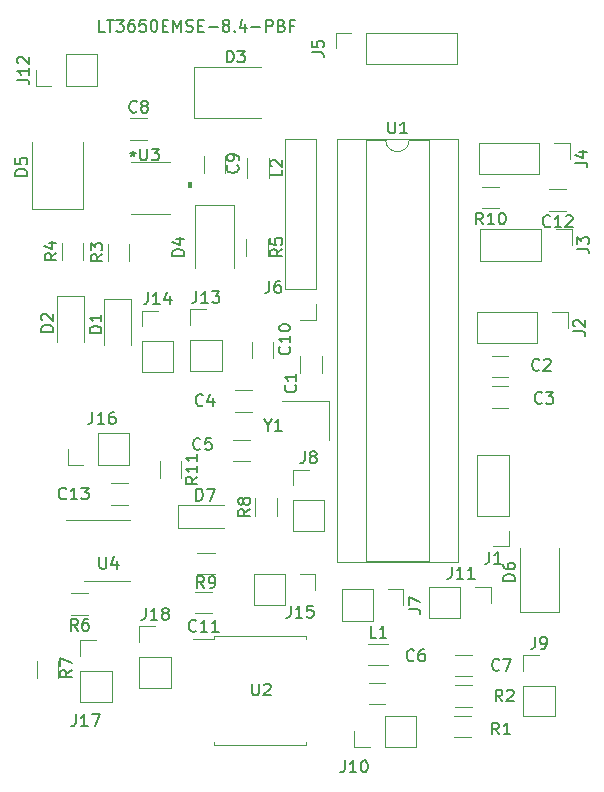
<source format=gbr>
%TF.GenerationSoftware,KiCad,Pcbnew,(6.0.7-1)-1*%
%TF.CreationDate,2023-03-08T09:28:20-05:00*%
%TF.ProjectId,pcb,7063622e-6b69-4636-9164-5f7063625858,rev?*%
%TF.SameCoordinates,Original*%
%TF.FileFunction,Legend,Top*%
%TF.FilePolarity,Positive*%
%FSLAX46Y46*%
G04 Gerber Fmt 4.6, Leading zero omitted, Abs format (unit mm)*
G04 Created by KiCad (PCBNEW (6.0.7-1)-1) date 2023-03-08 09:28:20*
%MOMM*%
%LPD*%
G01*
G04 APERTURE LIST*
%ADD10C,0.150000*%
%ADD11C,0.120000*%
%ADD12C,0.100000*%
G04 APERTURE END LIST*
D10*
%TO.C,R11*%
X122772380Y-114742857D02*
X122296190Y-115076190D01*
X122772380Y-115314285D02*
X121772380Y-115314285D01*
X121772380Y-114933333D01*
X121820000Y-114838095D01*
X121867619Y-114790476D01*
X121962857Y-114742857D01*
X122105714Y-114742857D01*
X122200952Y-114790476D01*
X122248571Y-114838095D01*
X122296190Y-114933333D01*
X122296190Y-115314285D01*
X122772380Y-113790476D02*
X122772380Y-114361904D01*
X122772380Y-114076190D02*
X121772380Y-114076190D01*
X121915238Y-114171428D01*
X122010476Y-114266666D01*
X122058095Y-114361904D01*
X122772380Y-112838095D02*
X122772380Y-113409523D01*
X122772380Y-113123809D02*
X121772380Y-113123809D01*
X121915238Y-113219047D01*
X122010476Y-113314285D01*
X122058095Y-113409523D01*
%TO.C,C13*%
X111657142Y-116557142D02*
X111609523Y-116604761D01*
X111466666Y-116652380D01*
X111371428Y-116652380D01*
X111228571Y-116604761D01*
X111133333Y-116509523D01*
X111085714Y-116414285D01*
X111038095Y-116223809D01*
X111038095Y-116080952D01*
X111085714Y-115890476D01*
X111133333Y-115795238D01*
X111228571Y-115700000D01*
X111371428Y-115652380D01*
X111466666Y-115652380D01*
X111609523Y-115700000D01*
X111657142Y-115747619D01*
X112609523Y-116652380D02*
X112038095Y-116652380D01*
X112323809Y-116652380D02*
X112323809Y-115652380D01*
X112228571Y-115795238D01*
X112133333Y-115890476D01*
X112038095Y-115938095D01*
X112942857Y-115652380D02*
X113561904Y-115652380D01*
X113228571Y-116033333D01*
X113371428Y-116033333D01*
X113466666Y-116080952D01*
X113514285Y-116128571D01*
X113561904Y-116223809D01*
X113561904Y-116461904D01*
X113514285Y-116557142D01*
X113466666Y-116604761D01*
X113371428Y-116652380D01*
X113085714Y-116652380D01*
X112990476Y-116604761D01*
X112942857Y-116557142D01*
%TO.C,U4*%
X114473095Y-121517380D02*
X114473095Y-122326904D01*
X114520714Y-122422142D01*
X114568333Y-122469761D01*
X114663571Y-122517380D01*
X114854047Y-122517380D01*
X114949285Y-122469761D01*
X114996904Y-122422142D01*
X115044523Y-122326904D01*
X115044523Y-121517380D01*
X115949285Y-121850714D02*
X115949285Y-122517380D01*
X115711190Y-121469761D02*
X115473095Y-122184047D01*
X116092142Y-122184047D01*
%TO.C,J9*%
X151366666Y-128282380D02*
X151366666Y-128996666D01*
X151319047Y-129139523D01*
X151223809Y-129234761D01*
X151080952Y-129282380D01*
X150985714Y-129282380D01*
X151890476Y-129282380D02*
X152080952Y-129282380D01*
X152176190Y-129234761D01*
X152223809Y-129187142D01*
X152319047Y-129044285D01*
X152366666Y-128853809D01*
X152366666Y-128472857D01*
X152319047Y-128377619D01*
X152271428Y-128330000D01*
X152176190Y-128282380D01*
X151985714Y-128282380D01*
X151890476Y-128330000D01*
X151842857Y-128377619D01*
X151795238Y-128472857D01*
X151795238Y-128710952D01*
X151842857Y-128806190D01*
X151890476Y-128853809D01*
X151985714Y-128901428D01*
X152176190Y-128901428D01*
X152271428Y-128853809D01*
X152319047Y-128806190D01*
X152366666Y-128710952D01*
%TO.C,D7*%
X122661904Y-116752380D02*
X122661904Y-115752380D01*
X122900000Y-115752380D01*
X123042857Y-115800000D01*
X123138095Y-115895238D01*
X123185714Y-115990476D01*
X123233333Y-116180952D01*
X123233333Y-116323809D01*
X123185714Y-116514285D01*
X123138095Y-116609523D01*
X123042857Y-116704761D01*
X122900000Y-116752380D01*
X122661904Y-116752380D01*
X123566666Y-115752380D02*
X124233333Y-115752380D01*
X123804761Y-116752380D01*
%TO.C,C4*%
X123233333Y-108657142D02*
X123185714Y-108704761D01*
X123042857Y-108752380D01*
X122947619Y-108752380D01*
X122804761Y-108704761D01*
X122709523Y-108609523D01*
X122661904Y-108514285D01*
X122614285Y-108323809D01*
X122614285Y-108180952D01*
X122661904Y-107990476D01*
X122709523Y-107895238D01*
X122804761Y-107800000D01*
X122947619Y-107752380D01*
X123042857Y-107752380D01*
X123185714Y-107800000D01*
X123233333Y-107847619D01*
X124090476Y-108085714D02*
X124090476Y-108752380D01*
X123852380Y-107704761D02*
X123614285Y-108419047D01*
X124233333Y-108419047D01*
%TO.C,U3*%
X117938095Y-86952380D02*
X117938095Y-87761904D01*
X117985714Y-87857142D01*
X118033333Y-87904761D01*
X118128571Y-87952380D01*
X118319047Y-87952380D01*
X118414285Y-87904761D01*
X118461904Y-87857142D01*
X118509523Y-87761904D01*
X118509523Y-86952380D01*
X118890476Y-86952380D02*
X119509523Y-86952380D01*
X119176190Y-87333333D01*
X119319047Y-87333333D01*
X119414285Y-87380952D01*
X119461904Y-87428571D01*
X119509523Y-87523809D01*
X119509523Y-87761904D01*
X119461904Y-87857142D01*
X119414285Y-87904761D01*
X119319047Y-87952380D01*
X119033333Y-87952380D01*
X118938095Y-87904761D01*
X118890476Y-87857142D01*
X114914285Y-77052380D02*
X114438095Y-77052380D01*
X114438095Y-76052380D01*
X115104761Y-76052380D02*
X115676190Y-76052380D01*
X115390476Y-77052380D02*
X115390476Y-76052380D01*
X115914285Y-76052380D02*
X116533333Y-76052380D01*
X116200000Y-76433333D01*
X116342857Y-76433333D01*
X116438095Y-76480952D01*
X116485714Y-76528571D01*
X116533333Y-76623809D01*
X116533333Y-76861904D01*
X116485714Y-76957142D01*
X116438095Y-77004761D01*
X116342857Y-77052380D01*
X116057142Y-77052380D01*
X115961904Y-77004761D01*
X115914285Y-76957142D01*
X117390476Y-76052380D02*
X117200000Y-76052380D01*
X117104761Y-76100000D01*
X117057142Y-76147619D01*
X116961904Y-76290476D01*
X116914285Y-76480952D01*
X116914285Y-76861904D01*
X116961904Y-76957142D01*
X117009523Y-77004761D01*
X117104761Y-77052380D01*
X117295238Y-77052380D01*
X117390476Y-77004761D01*
X117438095Y-76957142D01*
X117485714Y-76861904D01*
X117485714Y-76623809D01*
X117438095Y-76528571D01*
X117390476Y-76480952D01*
X117295238Y-76433333D01*
X117104761Y-76433333D01*
X117009523Y-76480952D01*
X116961904Y-76528571D01*
X116914285Y-76623809D01*
X118390476Y-76052380D02*
X117914285Y-76052380D01*
X117866666Y-76528571D01*
X117914285Y-76480952D01*
X118009523Y-76433333D01*
X118247619Y-76433333D01*
X118342857Y-76480952D01*
X118390476Y-76528571D01*
X118438095Y-76623809D01*
X118438095Y-76861904D01*
X118390476Y-76957142D01*
X118342857Y-77004761D01*
X118247619Y-77052380D01*
X118009523Y-77052380D01*
X117914285Y-77004761D01*
X117866666Y-76957142D01*
X119057142Y-76052380D02*
X119152380Y-76052380D01*
X119247619Y-76100000D01*
X119295238Y-76147619D01*
X119342857Y-76242857D01*
X119390476Y-76433333D01*
X119390476Y-76671428D01*
X119342857Y-76861904D01*
X119295238Y-76957142D01*
X119247619Y-77004761D01*
X119152380Y-77052380D01*
X119057142Y-77052380D01*
X118961904Y-77004761D01*
X118914285Y-76957142D01*
X118866666Y-76861904D01*
X118819047Y-76671428D01*
X118819047Y-76433333D01*
X118866666Y-76242857D01*
X118914285Y-76147619D01*
X118961904Y-76100000D01*
X119057142Y-76052380D01*
X119819047Y-76528571D02*
X120152380Y-76528571D01*
X120295238Y-77052380D02*
X119819047Y-77052380D01*
X119819047Y-76052380D01*
X120295238Y-76052380D01*
X120723809Y-77052380D02*
X120723809Y-76052380D01*
X121057142Y-76766666D01*
X121390476Y-76052380D01*
X121390476Y-77052380D01*
X121819047Y-77004761D02*
X121961904Y-77052380D01*
X122200000Y-77052380D01*
X122295238Y-77004761D01*
X122342857Y-76957142D01*
X122390476Y-76861904D01*
X122390476Y-76766666D01*
X122342857Y-76671428D01*
X122295238Y-76623809D01*
X122200000Y-76576190D01*
X122009523Y-76528571D01*
X121914285Y-76480952D01*
X121866666Y-76433333D01*
X121819047Y-76338095D01*
X121819047Y-76242857D01*
X121866666Y-76147619D01*
X121914285Y-76100000D01*
X122009523Y-76052380D01*
X122247619Y-76052380D01*
X122390476Y-76100000D01*
X122819047Y-76528571D02*
X123152380Y-76528571D01*
X123295238Y-77052380D02*
X122819047Y-77052380D01*
X122819047Y-76052380D01*
X123295238Y-76052380D01*
X123723809Y-76671428D02*
X124485714Y-76671428D01*
X125104761Y-76480952D02*
X125009523Y-76433333D01*
X124961904Y-76385714D01*
X124914285Y-76290476D01*
X124914285Y-76242857D01*
X124961904Y-76147619D01*
X125009523Y-76100000D01*
X125104761Y-76052380D01*
X125295238Y-76052380D01*
X125390476Y-76100000D01*
X125438095Y-76147619D01*
X125485714Y-76242857D01*
X125485714Y-76290476D01*
X125438095Y-76385714D01*
X125390476Y-76433333D01*
X125295238Y-76480952D01*
X125104761Y-76480952D01*
X125009523Y-76528571D01*
X124961904Y-76576190D01*
X124914285Y-76671428D01*
X124914285Y-76861904D01*
X124961904Y-76957142D01*
X125009523Y-77004761D01*
X125104761Y-77052380D01*
X125295238Y-77052380D01*
X125390476Y-77004761D01*
X125438095Y-76957142D01*
X125485714Y-76861904D01*
X125485714Y-76671428D01*
X125438095Y-76576190D01*
X125390476Y-76528571D01*
X125295238Y-76480952D01*
X125914285Y-76957142D02*
X125961904Y-77004761D01*
X125914285Y-77052380D01*
X125866666Y-77004761D01*
X125914285Y-76957142D01*
X125914285Y-77052380D01*
X126819047Y-76385714D02*
X126819047Y-77052380D01*
X126580952Y-76004761D02*
X126342857Y-76719047D01*
X126961904Y-76719047D01*
X127342857Y-76671428D02*
X128104761Y-76671428D01*
X128580952Y-77052380D02*
X128580952Y-76052380D01*
X128961904Y-76052380D01*
X129057142Y-76100000D01*
X129104761Y-76147619D01*
X129152380Y-76242857D01*
X129152380Y-76385714D01*
X129104761Y-76480952D01*
X129057142Y-76528571D01*
X128961904Y-76576190D01*
X128580952Y-76576190D01*
X129914285Y-76528571D02*
X130057142Y-76576190D01*
X130104761Y-76623809D01*
X130152380Y-76719047D01*
X130152380Y-76861904D01*
X130104761Y-76957142D01*
X130057142Y-77004761D01*
X129961904Y-77052380D01*
X129580952Y-77052380D01*
X129580952Y-76052380D01*
X129914285Y-76052380D01*
X130009523Y-76100000D01*
X130057142Y-76147619D01*
X130104761Y-76242857D01*
X130104761Y-76338095D01*
X130057142Y-76433333D01*
X130009523Y-76480952D01*
X129914285Y-76528571D01*
X129580952Y-76528571D01*
X130914285Y-76528571D02*
X130580952Y-76528571D01*
X130580952Y-77052380D02*
X130580952Y-76052380D01*
X131057142Y-76052380D01*
X117300000Y-87152380D02*
X117300000Y-87390476D01*
X117061904Y-87295238D02*
X117300000Y-87390476D01*
X117538095Y-87295238D01*
X117157142Y-87580952D02*
X117300000Y-87390476D01*
X117442857Y-87580952D01*
%TO.C,C8*%
X117633333Y-83807142D02*
X117585714Y-83854761D01*
X117442857Y-83902380D01*
X117347619Y-83902380D01*
X117204761Y-83854761D01*
X117109523Y-83759523D01*
X117061904Y-83664285D01*
X117014285Y-83473809D01*
X117014285Y-83330952D01*
X117061904Y-83140476D01*
X117109523Y-83045238D01*
X117204761Y-82950000D01*
X117347619Y-82902380D01*
X117442857Y-82902380D01*
X117585714Y-82950000D01*
X117633333Y-82997619D01*
X118204761Y-83330952D02*
X118109523Y-83283333D01*
X118061904Y-83235714D01*
X118014285Y-83140476D01*
X118014285Y-83092857D01*
X118061904Y-82997619D01*
X118109523Y-82950000D01*
X118204761Y-82902380D01*
X118395238Y-82902380D01*
X118490476Y-82950000D01*
X118538095Y-82997619D01*
X118585714Y-83092857D01*
X118585714Y-83140476D01*
X118538095Y-83235714D01*
X118490476Y-83283333D01*
X118395238Y-83330952D01*
X118204761Y-83330952D01*
X118109523Y-83378571D01*
X118061904Y-83426190D01*
X118014285Y-83521428D01*
X118014285Y-83711904D01*
X118061904Y-83807142D01*
X118109523Y-83854761D01*
X118204761Y-83902380D01*
X118395238Y-83902380D01*
X118490476Y-83854761D01*
X118538095Y-83807142D01*
X118585714Y-83711904D01*
X118585714Y-83521428D01*
X118538095Y-83426190D01*
X118490476Y-83378571D01*
X118395238Y-83330952D01*
%TO.C,D3*%
X125261904Y-79652380D02*
X125261904Y-78652380D01*
X125500000Y-78652380D01*
X125642857Y-78700000D01*
X125738095Y-78795238D01*
X125785714Y-78890476D01*
X125833333Y-79080952D01*
X125833333Y-79223809D01*
X125785714Y-79414285D01*
X125738095Y-79509523D01*
X125642857Y-79604761D01*
X125500000Y-79652380D01*
X125261904Y-79652380D01*
X126166666Y-78652380D02*
X126785714Y-78652380D01*
X126452380Y-79033333D01*
X126595238Y-79033333D01*
X126690476Y-79080952D01*
X126738095Y-79128571D01*
X126785714Y-79223809D01*
X126785714Y-79461904D01*
X126738095Y-79557142D01*
X126690476Y-79604761D01*
X126595238Y-79652380D01*
X126309523Y-79652380D01*
X126214285Y-79604761D01*
X126166666Y-79557142D01*
%TO.C,D5*%
X108352380Y-89238095D02*
X107352380Y-89238095D01*
X107352380Y-89000000D01*
X107400000Y-88857142D01*
X107495238Y-88761904D01*
X107590476Y-88714285D01*
X107780952Y-88666666D01*
X107923809Y-88666666D01*
X108114285Y-88714285D01*
X108209523Y-88761904D01*
X108304761Y-88857142D01*
X108352380Y-89000000D01*
X108352380Y-89238095D01*
X107352380Y-87761904D02*
X107352380Y-88238095D01*
X107828571Y-88285714D01*
X107780952Y-88238095D01*
X107733333Y-88142857D01*
X107733333Y-87904761D01*
X107780952Y-87809523D01*
X107828571Y-87761904D01*
X107923809Y-87714285D01*
X108161904Y-87714285D01*
X108257142Y-87761904D01*
X108304761Y-87809523D01*
X108352380Y-87904761D01*
X108352380Y-88142857D01*
X108304761Y-88238095D01*
X108257142Y-88285714D01*
%TO.C,J6*%
X128866666Y-98152380D02*
X128866666Y-98866666D01*
X128819047Y-99009523D01*
X128723809Y-99104761D01*
X128580952Y-99152380D01*
X128485714Y-99152380D01*
X129771428Y-98152380D02*
X129580952Y-98152380D01*
X129485714Y-98200000D01*
X129438095Y-98247619D01*
X129342857Y-98390476D01*
X129295238Y-98580952D01*
X129295238Y-98961904D01*
X129342857Y-99057142D01*
X129390476Y-99104761D01*
X129485714Y-99152380D01*
X129676190Y-99152380D01*
X129771428Y-99104761D01*
X129819047Y-99057142D01*
X129866666Y-98961904D01*
X129866666Y-98723809D01*
X129819047Y-98628571D01*
X129771428Y-98580952D01*
X129676190Y-98533333D01*
X129485714Y-98533333D01*
X129390476Y-98580952D01*
X129342857Y-98628571D01*
X129295238Y-98723809D01*
%TO.C,L2*%
X129952380Y-88741666D02*
X129952380Y-89217857D01*
X128952380Y-89217857D01*
X129047619Y-88455952D02*
X129000000Y-88408333D01*
X128952380Y-88313095D01*
X128952380Y-88075000D01*
X129000000Y-87979761D01*
X129047619Y-87932142D01*
X129142857Y-87884523D01*
X129238095Y-87884523D01*
X129380952Y-87932142D01*
X129952380Y-88503571D01*
X129952380Y-87884523D01*
%TO.C,Y1*%
X128723809Y-110376190D02*
X128723809Y-110852380D01*
X128390476Y-109852380D02*
X128723809Y-110376190D01*
X129057142Y-109852380D01*
X129914285Y-110852380D02*
X129342857Y-110852380D01*
X129628571Y-110852380D02*
X129628571Y-109852380D01*
X129533333Y-109995238D01*
X129438095Y-110090476D01*
X129342857Y-110138095D01*
%TO.C,U2*%
X127413095Y-132252380D02*
X127413095Y-133061904D01*
X127460714Y-133157142D01*
X127508333Y-133204761D01*
X127603571Y-133252380D01*
X127794047Y-133252380D01*
X127889285Y-133204761D01*
X127936904Y-133157142D01*
X127984523Y-133061904D01*
X127984523Y-132252380D01*
X128413095Y-132347619D02*
X128460714Y-132300000D01*
X128555952Y-132252380D01*
X128794047Y-132252380D01*
X128889285Y-132300000D01*
X128936904Y-132347619D01*
X128984523Y-132442857D01*
X128984523Y-132538095D01*
X128936904Y-132680952D01*
X128365476Y-133252380D01*
X128984523Y-133252380D01*
%TO.C,L1*%
X137908333Y-128352380D02*
X137432142Y-128352380D01*
X137432142Y-127352380D01*
X138765476Y-128352380D02*
X138194047Y-128352380D01*
X138479761Y-128352380D02*
X138479761Y-127352380D01*
X138384523Y-127495238D01*
X138289285Y-127590476D01*
X138194047Y-127638095D01*
%TO.C,R2*%
X148583333Y-133752380D02*
X148250000Y-133276190D01*
X148011904Y-133752380D02*
X148011904Y-132752380D01*
X148392857Y-132752380D01*
X148488095Y-132800000D01*
X148535714Y-132847619D01*
X148583333Y-132942857D01*
X148583333Y-133085714D01*
X148535714Y-133180952D01*
X148488095Y-133228571D01*
X148392857Y-133276190D01*
X148011904Y-133276190D01*
X148964285Y-132847619D02*
X149011904Y-132800000D01*
X149107142Y-132752380D01*
X149345238Y-132752380D01*
X149440476Y-132800000D01*
X149488095Y-132847619D01*
X149535714Y-132942857D01*
X149535714Y-133038095D01*
X149488095Y-133180952D01*
X148916666Y-133752380D01*
X149535714Y-133752380D01*
%TO.C,C5*%
X123033333Y-112357142D02*
X122985714Y-112404761D01*
X122842857Y-112452380D01*
X122747619Y-112452380D01*
X122604761Y-112404761D01*
X122509523Y-112309523D01*
X122461904Y-112214285D01*
X122414285Y-112023809D01*
X122414285Y-111880952D01*
X122461904Y-111690476D01*
X122509523Y-111595238D01*
X122604761Y-111500000D01*
X122747619Y-111452380D01*
X122842857Y-111452380D01*
X122985714Y-111500000D01*
X123033333Y-111547619D01*
X123938095Y-111452380D02*
X123461904Y-111452380D01*
X123414285Y-111928571D01*
X123461904Y-111880952D01*
X123557142Y-111833333D01*
X123795238Y-111833333D01*
X123890476Y-111880952D01*
X123938095Y-111928571D01*
X123985714Y-112023809D01*
X123985714Y-112261904D01*
X123938095Y-112357142D01*
X123890476Y-112404761D01*
X123795238Y-112452380D01*
X123557142Y-112452380D01*
X123461904Y-112404761D01*
X123414285Y-112357142D01*
%TO.C,J4*%
X154782380Y-88133333D02*
X155496666Y-88133333D01*
X155639523Y-88180952D01*
X155734761Y-88276190D01*
X155782380Y-88419047D01*
X155782380Y-88514285D01*
X155115714Y-87228571D02*
X155782380Y-87228571D01*
X154734761Y-87466666D02*
X155449047Y-87704761D01*
X155449047Y-87085714D01*
%TO.C,R8*%
X127232380Y-117466666D02*
X126756190Y-117800000D01*
X127232380Y-118038095D02*
X126232380Y-118038095D01*
X126232380Y-117657142D01*
X126280000Y-117561904D01*
X126327619Y-117514285D01*
X126422857Y-117466666D01*
X126565714Y-117466666D01*
X126660952Y-117514285D01*
X126708571Y-117561904D01*
X126756190Y-117657142D01*
X126756190Y-118038095D01*
X126660952Y-116895238D02*
X126613333Y-116990476D01*
X126565714Y-117038095D01*
X126470476Y-117085714D01*
X126422857Y-117085714D01*
X126327619Y-117038095D01*
X126280000Y-116990476D01*
X126232380Y-116895238D01*
X126232380Y-116704761D01*
X126280000Y-116609523D01*
X126327619Y-116561904D01*
X126422857Y-116514285D01*
X126470476Y-116514285D01*
X126565714Y-116561904D01*
X126613333Y-116609523D01*
X126660952Y-116704761D01*
X126660952Y-116895238D01*
X126708571Y-116990476D01*
X126756190Y-117038095D01*
X126851428Y-117085714D01*
X127041904Y-117085714D01*
X127137142Y-117038095D01*
X127184761Y-116990476D01*
X127232380Y-116895238D01*
X127232380Y-116704761D01*
X127184761Y-116609523D01*
X127137142Y-116561904D01*
X127041904Y-116514285D01*
X126851428Y-116514285D01*
X126756190Y-116561904D01*
X126708571Y-116609523D01*
X126660952Y-116704761D01*
%TO.C,J15*%
X130655476Y-125652380D02*
X130655476Y-126366666D01*
X130607857Y-126509523D01*
X130512619Y-126604761D01*
X130369761Y-126652380D01*
X130274523Y-126652380D01*
X131655476Y-126652380D02*
X131084047Y-126652380D01*
X131369761Y-126652380D02*
X131369761Y-125652380D01*
X131274523Y-125795238D01*
X131179285Y-125890476D01*
X131084047Y-125938095D01*
X132560238Y-125652380D02*
X132084047Y-125652380D01*
X132036428Y-126128571D01*
X132084047Y-126080952D01*
X132179285Y-126033333D01*
X132417380Y-126033333D01*
X132512619Y-126080952D01*
X132560238Y-126128571D01*
X132607857Y-126223809D01*
X132607857Y-126461904D01*
X132560238Y-126557142D01*
X132512619Y-126604761D01*
X132417380Y-126652380D01*
X132179285Y-126652380D01*
X132084047Y-126604761D01*
X132036428Y-126557142D01*
%TO.C,R5*%
X129952380Y-95466666D02*
X129476190Y-95800000D01*
X129952380Y-96038095D02*
X128952380Y-96038095D01*
X128952380Y-95657142D01*
X129000000Y-95561904D01*
X129047619Y-95514285D01*
X129142857Y-95466666D01*
X129285714Y-95466666D01*
X129380952Y-95514285D01*
X129428571Y-95561904D01*
X129476190Y-95657142D01*
X129476190Y-96038095D01*
X128952380Y-94561904D02*
X128952380Y-95038095D01*
X129428571Y-95085714D01*
X129380952Y-95038095D01*
X129333333Y-94942857D01*
X129333333Y-94704761D01*
X129380952Y-94609523D01*
X129428571Y-94561904D01*
X129523809Y-94514285D01*
X129761904Y-94514285D01*
X129857142Y-94561904D01*
X129904761Y-94609523D01*
X129952380Y-94704761D01*
X129952380Y-94942857D01*
X129904761Y-95038095D01*
X129857142Y-95085714D01*
%TO.C,R6*%
X112633333Y-127772380D02*
X112300000Y-127296190D01*
X112061904Y-127772380D02*
X112061904Y-126772380D01*
X112442857Y-126772380D01*
X112538095Y-126820000D01*
X112585714Y-126867619D01*
X112633333Y-126962857D01*
X112633333Y-127105714D01*
X112585714Y-127200952D01*
X112538095Y-127248571D01*
X112442857Y-127296190D01*
X112061904Y-127296190D01*
X113490476Y-126772380D02*
X113300000Y-126772380D01*
X113204761Y-126820000D01*
X113157142Y-126867619D01*
X113061904Y-127010476D01*
X113014285Y-127200952D01*
X113014285Y-127581904D01*
X113061904Y-127677142D01*
X113109523Y-127724761D01*
X113204761Y-127772380D01*
X113395238Y-127772380D01*
X113490476Y-127724761D01*
X113538095Y-127677142D01*
X113585714Y-127581904D01*
X113585714Y-127343809D01*
X113538095Y-127248571D01*
X113490476Y-127200952D01*
X113395238Y-127153333D01*
X113204761Y-127153333D01*
X113109523Y-127200952D01*
X113061904Y-127248571D01*
X113014285Y-127343809D01*
%TO.C,J8*%
X131866666Y-112582380D02*
X131866666Y-113296666D01*
X131819047Y-113439523D01*
X131723809Y-113534761D01*
X131580952Y-113582380D01*
X131485714Y-113582380D01*
X132485714Y-113010952D02*
X132390476Y-112963333D01*
X132342857Y-112915714D01*
X132295238Y-112820476D01*
X132295238Y-112772857D01*
X132342857Y-112677619D01*
X132390476Y-112630000D01*
X132485714Y-112582380D01*
X132676190Y-112582380D01*
X132771428Y-112630000D01*
X132819047Y-112677619D01*
X132866666Y-112772857D01*
X132866666Y-112820476D01*
X132819047Y-112915714D01*
X132771428Y-112963333D01*
X132676190Y-113010952D01*
X132485714Y-113010952D01*
X132390476Y-113058571D01*
X132342857Y-113106190D01*
X132295238Y-113201428D01*
X132295238Y-113391904D01*
X132342857Y-113487142D01*
X132390476Y-113534761D01*
X132485714Y-113582380D01*
X132676190Y-113582380D01*
X132771428Y-113534761D01*
X132819047Y-113487142D01*
X132866666Y-113391904D01*
X132866666Y-113201428D01*
X132819047Y-113106190D01*
X132771428Y-113058571D01*
X132676190Y-113010952D01*
%TO.C,J12*%
X107522380Y-81109523D02*
X108236666Y-81109523D01*
X108379523Y-81157142D01*
X108474761Y-81252380D01*
X108522380Y-81395238D01*
X108522380Y-81490476D01*
X108522380Y-80109523D02*
X108522380Y-80680952D01*
X108522380Y-80395238D02*
X107522380Y-80395238D01*
X107665238Y-80490476D01*
X107760476Y-80585714D01*
X107808095Y-80680952D01*
X107617619Y-79728571D02*
X107570000Y-79680952D01*
X107522380Y-79585714D01*
X107522380Y-79347619D01*
X107570000Y-79252380D01*
X107617619Y-79204761D01*
X107712857Y-79157142D01*
X107808095Y-79157142D01*
X107950952Y-79204761D01*
X108522380Y-79776190D01*
X108522380Y-79157142D01*
%TO.C,C6*%
X141108333Y-130257142D02*
X141060714Y-130304761D01*
X140917857Y-130352380D01*
X140822619Y-130352380D01*
X140679761Y-130304761D01*
X140584523Y-130209523D01*
X140536904Y-130114285D01*
X140489285Y-129923809D01*
X140489285Y-129780952D01*
X140536904Y-129590476D01*
X140584523Y-129495238D01*
X140679761Y-129400000D01*
X140822619Y-129352380D01*
X140917857Y-129352380D01*
X141060714Y-129400000D01*
X141108333Y-129447619D01*
X141965476Y-129352380D02*
X141775000Y-129352380D01*
X141679761Y-129400000D01*
X141632142Y-129447619D01*
X141536904Y-129590476D01*
X141489285Y-129780952D01*
X141489285Y-130161904D01*
X141536904Y-130257142D01*
X141584523Y-130304761D01*
X141679761Y-130352380D01*
X141870238Y-130352380D01*
X141965476Y-130304761D01*
X142013095Y-130257142D01*
X142060714Y-130161904D01*
X142060714Y-129923809D01*
X142013095Y-129828571D01*
X141965476Y-129780952D01*
X141870238Y-129733333D01*
X141679761Y-129733333D01*
X141584523Y-129780952D01*
X141536904Y-129828571D01*
X141489285Y-129923809D01*
%TO.C,D1*%
X114652380Y-102538095D02*
X113652380Y-102538095D01*
X113652380Y-102300000D01*
X113700000Y-102157142D01*
X113795238Y-102061904D01*
X113890476Y-102014285D01*
X114080952Y-101966666D01*
X114223809Y-101966666D01*
X114414285Y-102014285D01*
X114509523Y-102061904D01*
X114604761Y-102157142D01*
X114652380Y-102300000D01*
X114652380Y-102538095D01*
X114652380Y-101014285D02*
X114652380Y-101585714D01*
X114652380Y-101300000D02*
X113652380Y-101300000D01*
X113795238Y-101395238D01*
X113890476Y-101490476D01*
X113938095Y-101585714D01*
%TO.C,C9*%
X126157142Y-88366666D02*
X126204761Y-88414285D01*
X126252380Y-88557142D01*
X126252380Y-88652380D01*
X126204761Y-88795238D01*
X126109523Y-88890476D01*
X126014285Y-88938095D01*
X125823809Y-88985714D01*
X125680952Y-88985714D01*
X125490476Y-88938095D01*
X125395238Y-88890476D01*
X125300000Y-88795238D01*
X125252380Y-88652380D01*
X125252380Y-88557142D01*
X125300000Y-88414285D01*
X125347619Y-88366666D01*
X126252380Y-87890476D02*
X126252380Y-87700000D01*
X126204761Y-87604761D01*
X126157142Y-87557142D01*
X126014285Y-87461904D01*
X125823809Y-87414285D01*
X125442857Y-87414285D01*
X125347619Y-87461904D01*
X125300000Y-87509523D01*
X125252380Y-87604761D01*
X125252380Y-87795238D01*
X125300000Y-87890476D01*
X125347619Y-87938095D01*
X125442857Y-87985714D01*
X125680952Y-87985714D01*
X125776190Y-87938095D01*
X125823809Y-87890476D01*
X125871428Y-87795238D01*
X125871428Y-87604761D01*
X125823809Y-87509523D01*
X125776190Y-87461904D01*
X125680952Y-87414285D01*
%TO.C,J2*%
X154607380Y-102433333D02*
X155321666Y-102433333D01*
X155464523Y-102480952D01*
X155559761Y-102576190D01*
X155607380Y-102719047D01*
X155607380Y-102814285D01*
X154702619Y-102004761D02*
X154655000Y-101957142D01*
X154607380Y-101861904D01*
X154607380Y-101623809D01*
X154655000Y-101528571D01*
X154702619Y-101480952D01*
X154797857Y-101433333D01*
X154893095Y-101433333D01*
X155035952Y-101480952D01*
X155607380Y-102052380D01*
X155607380Y-101433333D01*
%TO.C,J11*%
X144290476Y-122352380D02*
X144290476Y-123066666D01*
X144242857Y-123209523D01*
X144147619Y-123304761D01*
X144004761Y-123352380D01*
X143909523Y-123352380D01*
X145290476Y-123352380D02*
X144719047Y-123352380D01*
X145004761Y-123352380D02*
X145004761Y-122352380D01*
X144909523Y-122495238D01*
X144814285Y-122590476D01*
X144719047Y-122638095D01*
X146242857Y-123352380D02*
X145671428Y-123352380D01*
X145957142Y-123352380D02*
X145957142Y-122352380D01*
X145861904Y-122495238D01*
X145766666Y-122590476D01*
X145671428Y-122638095D01*
%TO.C,C12*%
X152632142Y-93507142D02*
X152584523Y-93554761D01*
X152441666Y-93602380D01*
X152346428Y-93602380D01*
X152203571Y-93554761D01*
X152108333Y-93459523D01*
X152060714Y-93364285D01*
X152013095Y-93173809D01*
X152013095Y-93030952D01*
X152060714Y-92840476D01*
X152108333Y-92745238D01*
X152203571Y-92650000D01*
X152346428Y-92602380D01*
X152441666Y-92602380D01*
X152584523Y-92650000D01*
X152632142Y-92697619D01*
X153584523Y-93602380D02*
X153013095Y-93602380D01*
X153298809Y-93602380D02*
X153298809Y-92602380D01*
X153203571Y-92745238D01*
X153108333Y-92840476D01*
X153013095Y-92888095D01*
X153965476Y-92697619D02*
X154013095Y-92650000D01*
X154108333Y-92602380D01*
X154346428Y-92602380D01*
X154441666Y-92650000D01*
X154489285Y-92697619D01*
X154536904Y-92792857D01*
X154536904Y-92888095D01*
X154489285Y-93030952D01*
X153917857Y-93602380D01*
X154536904Y-93602380D01*
%TO.C,C2*%
X151733333Y-105657142D02*
X151685714Y-105704761D01*
X151542857Y-105752380D01*
X151447619Y-105752380D01*
X151304761Y-105704761D01*
X151209523Y-105609523D01*
X151161904Y-105514285D01*
X151114285Y-105323809D01*
X151114285Y-105180952D01*
X151161904Y-104990476D01*
X151209523Y-104895238D01*
X151304761Y-104800000D01*
X151447619Y-104752380D01*
X151542857Y-104752380D01*
X151685714Y-104800000D01*
X151733333Y-104847619D01*
X152114285Y-104847619D02*
X152161904Y-104800000D01*
X152257142Y-104752380D01*
X152495238Y-104752380D01*
X152590476Y-104800000D01*
X152638095Y-104847619D01*
X152685714Y-104942857D01*
X152685714Y-105038095D01*
X152638095Y-105180952D01*
X152066666Y-105752380D01*
X152685714Y-105752380D01*
%TO.C,J17*%
X112490476Y-134852380D02*
X112490476Y-135566666D01*
X112442857Y-135709523D01*
X112347619Y-135804761D01*
X112204761Y-135852380D01*
X112109523Y-135852380D01*
X113490476Y-135852380D02*
X112919047Y-135852380D01*
X113204761Y-135852380D02*
X113204761Y-134852380D01*
X113109523Y-134995238D01*
X113014285Y-135090476D01*
X112919047Y-135138095D01*
X113823809Y-134852380D02*
X114490476Y-134852380D01*
X114061904Y-135852380D01*
%TO.C,J14*%
X118590476Y-99122380D02*
X118590476Y-99836666D01*
X118542857Y-99979523D01*
X118447619Y-100074761D01*
X118304761Y-100122380D01*
X118209523Y-100122380D01*
X119590476Y-100122380D02*
X119019047Y-100122380D01*
X119304761Y-100122380D02*
X119304761Y-99122380D01*
X119209523Y-99265238D01*
X119114285Y-99360476D01*
X119019047Y-99408095D01*
X120447619Y-99455714D02*
X120447619Y-100122380D01*
X120209523Y-99074761D02*
X119971428Y-99789047D01*
X120590476Y-99789047D01*
%TO.C,R10*%
X146957142Y-93372380D02*
X146623809Y-92896190D01*
X146385714Y-93372380D02*
X146385714Y-92372380D01*
X146766666Y-92372380D01*
X146861904Y-92420000D01*
X146909523Y-92467619D01*
X146957142Y-92562857D01*
X146957142Y-92705714D01*
X146909523Y-92800952D01*
X146861904Y-92848571D01*
X146766666Y-92896190D01*
X146385714Y-92896190D01*
X147909523Y-93372380D02*
X147338095Y-93372380D01*
X147623809Y-93372380D02*
X147623809Y-92372380D01*
X147528571Y-92515238D01*
X147433333Y-92610476D01*
X147338095Y-92658095D01*
X148528571Y-92372380D02*
X148623809Y-92372380D01*
X148719047Y-92420000D01*
X148766666Y-92467619D01*
X148814285Y-92562857D01*
X148861904Y-92753333D01*
X148861904Y-92991428D01*
X148814285Y-93181904D01*
X148766666Y-93277142D01*
X148719047Y-93324761D01*
X148623809Y-93372380D01*
X148528571Y-93372380D01*
X148433333Y-93324761D01*
X148385714Y-93277142D01*
X148338095Y-93181904D01*
X148290476Y-92991428D01*
X148290476Y-92753333D01*
X148338095Y-92562857D01*
X148385714Y-92467619D01*
X148433333Y-92420000D01*
X148528571Y-92372380D01*
%TO.C,C7*%
X148333333Y-131057142D02*
X148285714Y-131104761D01*
X148142857Y-131152380D01*
X148047619Y-131152380D01*
X147904761Y-131104761D01*
X147809523Y-131009523D01*
X147761904Y-130914285D01*
X147714285Y-130723809D01*
X147714285Y-130580952D01*
X147761904Y-130390476D01*
X147809523Y-130295238D01*
X147904761Y-130200000D01*
X148047619Y-130152380D01*
X148142857Y-130152380D01*
X148285714Y-130200000D01*
X148333333Y-130247619D01*
X148666666Y-130152380D02*
X149333333Y-130152380D01*
X148904761Y-131152380D01*
%TO.C,R4*%
X110832380Y-95804166D02*
X110356190Y-96137500D01*
X110832380Y-96375595D02*
X109832380Y-96375595D01*
X109832380Y-95994642D01*
X109880000Y-95899404D01*
X109927619Y-95851785D01*
X110022857Y-95804166D01*
X110165714Y-95804166D01*
X110260952Y-95851785D01*
X110308571Y-95899404D01*
X110356190Y-95994642D01*
X110356190Y-96375595D01*
X110165714Y-94947023D02*
X110832380Y-94947023D01*
X109784761Y-95185119D02*
X110499047Y-95423214D01*
X110499047Y-94804166D01*
%TO.C,J1*%
X147466666Y-121082380D02*
X147466666Y-121796666D01*
X147419047Y-121939523D01*
X147323809Y-122034761D01*
X147180952Y-122082380D01*
X147085714Y-122082380D01*
X148466666Y-122082380D02*
X147895238Y-122082380D01*
X148180952Y-122082380D02*
X148180952Y-121082380D01*
X148085714Y-121225238D01*
X147990476Y-121320476D01*
X147895238Y-121368095D01*
%TO.C,C1*%
X131057142Y-106966666D02*
X131104761Y-107014285D01*
X131152380Y-107157142D01*
X131152380Y-107252380D01*
X131104761Y-107395238D01*
X131009523Y-107490476D01*
X130914285Y-107538095D01*
X130723809Y-107585714D01*
X130580952Y-107585714D01*
X130390476Y-107538095D01*
X130295238Y-107490476D01*
X130200000Y-107395238D01*
X130152380Y-107252380D01*
X130152380Y-107157142D01*
X130200000Y-107014285D01*
X130247619Y-106966666D01*
X131152380Y-106014285D02*
X131152380Y-106585714D01*
X131152380Y-106300000D02*
X130152380Y-106300000D01*
X130295238Y-106395238D01*
X130390476Y-106490476D01*
X130438095Y-106585714D01*
%TO.C,R7*%
X112152380Y-131104166D02*
X111676190Y-131437500D01*
X112152380Y-131675595D02*
X111152380Y-131675595D01*
X111152380Y-131294642D01*
X111200000Y-131199404D01*
X111247619Y-131151785D01*
X111342857Y-131104166D01*
X111485714Y-131104166D01*
X111580952Y-131151785D01*
X111628571Y-131199404D01*
X111676190Y-131294642D01*
X111676190Y-131675595D01*
X111152380Y-130770833D02*
X111152380Y-130104166D01*
X112152380Y-130532738D01*
%TO.C,D2*%
X110552380Y-102438095D02*
X109552380Y-102438095D01*
X109552380Y-102200000D01*
X109600000Y-102057142D01*
X109695238Y-101961904D01*
X109790476Y-101914285D01*
X109980952Y-101866666D01*
X110123809Y-101866666D01*
X110314285Y-101914285D01*
X110409523Y-101961904D01*
X110504761Y-102057142D01*
X110552380Y-102200000D01*
X110552380Y-102438095D01*
X109647619Y-101485714D02*
X109600000Y-101438095D01*
X109552380Y-101342857D01*
X109552380Y-101104761D01*
X109600000Y-101009523D01*
X109647619Y-100961904D01*
X109742857Y-100914285D01*
X109838095Y-100914285D01*
X109980952Y-100961904D01*
X110552380Y-101533333D01*
X110552380Y-100914285D01*
%TO.C,U1*%
X138948095Y-84662380D02*
X138948095Y-85471904D01*
X138995714Y-85567142D01*
X139043333Y-85614761D01*
X139138571Y-85662380D01*
X139329047Y-85662380D01*
X139424285Y-85614761D01*
X139471904Y-85567142D01*
X139519523Y-85471904D01*
X139519523Y-84662380D01*
X140519523Y-85662380D02*
X139948095Y-85662380D01*
X140233809Y-85662380D02*
X140233809Y-84662380D01*
X140138571Y-84805238D01*
X140043333Y-84900476D01*
X139948095Y-84948095D01*
%TO.C,J7*%
X140657380Y-125933333D02*
X141371666Y-125933333D01*
X141514523Y-125980952D01*
X141609761Y-126076190D01*
X141657380Y-126219047D01*
X141657380Y-126314285D01*
X140657380Y-125552380D02*
X140657380Y-124885714D01*
X141657380Y-125314285D01*
%TO.C,J16*%
X113890476Y-109252380D02*
X113890476Y-109966666D01*
X113842857Y-110109523D01*
X113747619Y-110204761D01*
X113604761Y-110252380D01*
X113509523Y-110252380D01*
X114890476Y-110252380D02*
X114319047Y-110252380D01*
X114604761Y-110252380D02*
X114604761Y-109252380D01*
X114509523Y-109395238D01*
X114414285Y-109490476D01*
X114319047Y-109538095D01*
X115747619Y-109252380D02*
X115557142Y-109252380D01*
X115461904Y-109300000D01*
X115414285Y-109347619D01*
X115319047Y-109490476D01*
X115271428Y-109680952D01*
X115271428Y-110061904D01*
X115319047Y-110157142D01*
X115366666Y-110204761D01*
X115461904Y-110252380D01*
X115652380Y-110252380D01*
X115747619Y-110204761D01*
X115795238Y-110157142D01*
X115842857Y-110061904D01*
X115842857Y-109823809D01*
X115795238Y-109728571D01*
X115747619Y-109680952D01*
X115652380Y-109633333D01*
X115461904Y-109633333D01*
X115366666Y-109680952D01*
X115319047Y-109728571D01*
X115271428Y-109823809D01*
%TO.C,R1*%
X148308333Y-136552380D02*
X147975000Y-136076190D01*
X147736904Y-136552380D02*
X147736904Y-135552380D01*
X148117857Y-135552380D01*
X148213095Y-135600000D01*
X148260714Y-135647619D01*
X148308333Y-135742857D01*
X148308333Y-135885714D01*
X148260714Y-135980952D01*
X148213095Y-136028571D01*
X148117857Y-136076190D01*
X147736904Y-136076190D01*
X149260714Y-136552380D02*
X148689285Y-136552380D01*
X148975000Y-136552380D02*
X148975000Y-135552380D01*
X148879761Y-135695238D01*
X148784523Y-135790476D01*
X148689285Y-135838095D01*
%TO.C,J13*%
X122690476Y-99022380D02*
X122690476Y-99736666D01*
X122642857Y-99879523D01*
X122547619Y-99974761D01*
X122404761Y-100022380D01*
X122309523Y-100022380D01*
X123690476Y-100022380D02*
X123119047Y-100022380D01*
X123404761Y-100022380D02*
X123404761Y-99022380D01*
X123309523Y-99165238D01*
X123214285Y-99260476D01*
X123119047Y-99308095D01*
X124023809Y-99022380D02*
X124642857Y-99022380D01*
X124309523Y-99403333D01*
X124452380Y-99403333D01*
X124547619Y-99450952D01*
X124595238Y-99498571D01*
X124642857Y-99593809D01*
X124642857Y-99831904D01*
X124595238Y-99927142D01*
X124547619Y-99974761D01*
X124452380Y-100022380D01*
X124166666Y-100022380D01*
X124071428Y-99974761D01*
X124023809Y-99927142D01*
%TO.C,J18*%
X118390476Y-125847380D02*
X118390476Y-126561666D01*
X118342857Y-126704523D01*
X118247619Y-126799761D01*
X118104761Y-126847380D01*
X118009523Y-126847380D01*
X119390476Y-126847380D02*
X118819047Y-126847380D01*
X119104761Y-126847380D02*
X119104761Y-125847380D01*
X119009523Y-125990238D01*
X118914285Y-126085476D01*
X118819047Y-126133095D01*
X119961904Y-126275952D02*
X119866666Y-126228333D01*
X119819047Y-126180714D01*
X119771428Y-126085476D01*
X119771428Y-126037857D01*
X119819047Y-125942619D01*
X119866666Y-125895000D01*
X119961904Y-125847380D01*
X120152380Y-125847380D01*
X120247619Y-125895000D01*
X120295238Y-125942619D01*
X120342857Y-126037857D01*
X120342857Y-126085476D01*
X120295238Y-126180714D01*
X120247619Y-126228333D01*
X120152380Y-126275952D01*
X119961904Y-126275952D01*
X119866666Y-126323571D01*
X119819047Y-126371190D01*
X119771428Y-126466428D01*
X119771428Y-126656904D01*
X119819047Y-126752142D01*
X119866666Y-126799761D01*
X119961904Y-126847380D01*
X120152380Y-126847380D01*
X120247619Y-126799761D01*
X120295238Y-126752142D01*
X120342857Y-126656904D01*
X120342857Y-126466428D01*
X120295238Y-126371190D01*
X120247619Y-126323571D01*
X120152380Y-126275952D01*
%TO.C,J3*%
X154907380Y-95433333D02*
X155621666Y-95433333D01*
X155764523Y-95480952D01*
X155859761Y-95576190D01*
X155907380Y-95719047D01*
X155907380Y-95814285D01*
X154907380Y-95052380D02*
X154907380Y-94433333D01*
X155288333Y-94766666D01*
X155288333Y-94623809D01*
X155335952Y-94528571D01*
X155383571Y-94480952D01*
X155478809Y-94433333D01*
X155716904Y-94433333D01*
X155812142Y-94480952D01*
X155859761Y-94528571D01*
X155907380Y-94623809D01*
X155907380Y-94909523D01*
X155859761Y-95004761D01*
X155812142Y-95052380D01*
%TO.C,C3*%
X151933333Y-108457142D02*
X151885714Y-108504761D01*
X151742857Y-108552380D01*
X151647619Y-108552380D01*
X151504761Y-108504761D01*
X151409523Y-108409523D01*
X151361904Y-108314285D01*
X151314285Y-108123809D01*
X151314285Y-107980952D01*
X151361904Y-107790476D01*
X151409523Y-107695238D01*
X151504761Y-107600000D01*
X151647619Y-107552380D01*
X151742857Y-107552380D01*
X151885714Y-107600000D01*
X151933333Y-107647619D01*
X152266666Y-107552380D02*
X152885714Y-107552380D01*
X152552380Y-107933333D01*
X152695238Y-107933333D01*
X152790476Y-107980952D01*
X152838095Y-108028571D01*
X152885714Y-108123809D01*
X152885714Y-108361904D01*
X152838095Y-108457142D01*
X152790476Y-108504761D01*
X152695238Y-108552380D01*
X152409523Y-108552380D01*
X152314285Y-108504761D01*
X152266666Y-108457142D01*
%TO.C,C11*%
X122657142Y-127757142D02*
X122609523Y-127804761D01*
X122466666Y-127852380D01*
X122371428Y-127852380D01*
X122228571Y-127804761D01*
X122133333Y-127709523D01*
X122085714Y-127614285D01*
X122038095Y-127423809D01*
X122038095Y-127280952D01*
X122085714Y-127090476D01*
X122133333Y-126995238D01*
X122228571Y-126900000D01*
X122371428Y-126852380D01*
X122466666Y-126852380D01*
X122609523Y-126900000D01*
X122657142Y-126947619D01*
X123609523Y-127852380D02*
X123038095Y-127852380D01*
X123323809Y-127852380D02*
X123323809Y-126852380D01*
X123228571Y-126995238D01*
X123133333Y-127090476D01*
X123038095Y-127138095D01*
X124561904Y-127852380D02*
X123990476Y-127852380D01*
X124276190Y-127852380D02*
X124276190Y-126852380D01*
X124180952Y-126995238D01*
X124085714Y-127090476D01*
X123990476Y-127138095D01*
%TO.C,D6*%
X149652380Y-123538095D02*
X148652380Y-123538095D01*
X148652380Y-123300000D01*
X148700000Y-123157142D01*
X148795238Y-123061904D01*
X148890476Y-123014285D01*
X149080952Y-122966666D01*
X149223809Y-122966666D01*
X149414285Y-123014285D01*
X149509523Y-123061904D01*
X149604761Y-123157142D01*
X149652380Y-123300000D01*
X149652380Y-123538095D01*
X148652380Y-122109523D02*
X148652380Y-122300000D01*
X148700000Y-122395238D01*
X148747619Y-122442857D01*
X148890476Y-122538095D01*
X149080952Y-122585714D01*
X149461904Y-122585714D01*
X149557142Y-122538095D01*
X149604761Y-122490476D01*
X149652380Y-122395238D01*
X149652380Y-122204761D01*
X149604761Y-122109523D01*
X149557142Y-122061904D01*
X149461904Y-122014285D01*
X149223809Y-122014285D01*
X149128571Y-122061904D01*
X149080952Y-122109523D01*
X149033333Y-122204761D01*
X149033333Y-122395238D01*
X149080952Y-122490476D01*
X149128571Y-122538095D01*
X149223809Y-122585714D01*
%TO.C,R9*%
X123333333Y-124152380D02*
X123000000Y-123676190D01*
X122761904Y-124152380D02*
X122761904Y-123152380D01*
X123142857Y-123152380D01*
X123238095Y-123200000D01*
X123285714Y-123247619D01*
X123333333Y-123342857D01*
X123333333Y-123485714D01*
X123285714Y-123580952D01*
X123238095Y-123628571D01*
X123142857Y-123676190D01*
X122761904Y-123676190D01*
X123809523Y-124152380D02*
X124000000Y-124152380D01*
X124095238Y-124104761D01*
X124142857Y-124057142D01*
X124238095Y-123914285D01*
X124285714Y-123723809D01*
X124285714Y-123342857D01*
X124238095Y-123247619D01*
X124190476Y-123200000D01*
X124095238Y-123152380D01*
X123904761Y-123152380D01*
X123809523Y-123200000D01*
X123761904Y-123247619D01*
X123714285Y-123342857D01*
X123714285Y-123580952D01*
X123761904Y-123676190D01*
X123809523Y-123723809D01*
X123904761Y-123771428D01*
X124095238Y-123771428D01*
X124190476Y-123723809D01*
X124238095Y-123676190D01*
X124285714Y-123580952D01*
%TO.C,C10*%
X130557142Y-103742857D02*
X130604761Y-103790476D01*
X130652380Y-103933333D01*
X130652380Y-104028571D01*
X130604761Y-104171428D01*
X130509523Y-104266666D01*
X130414285Y-104314285D01*
X130223809Y-104361904D01*
X130080952Y-104361904D01*
X129890476Y-104314285D01*
X129795238Y-104266666D01*
X129700000Y-104171428D01*
X129652380Y-104028571D01*
X129652380Y-103933333D01*
X129700000Y-103790476D01*
X129747619Y-103742857D01*
X130652380Y-102790476D02*
X130652380Y-103361904D01*
X130652380Y-103076190D02*
X129652380Y-103076190D01*
X129795238Y-103171428D01*
X129890476Y-103266666D01*
X129938095Y-103361904D01*
X129652380Y-102171428D02*
X129652380Y-102076190D01*
X129700000Y-101980952D01*
X129747619Y-101933333D01*
X129842857Y-101885714D01*
X130033333Y-101838095D01*
X130271428Y-101838095D01*
X130461904Y-101885714D01*
X130557142Y-101933333D01*
X130604761Y-101980952D01*
X130652380Y-102076190D01*
X130652380Y-102171428D01*
X130604761Y-102266666D01*
X130557142Y-102314285D01*
X130461904Y-102361904D01*
X130271428Y-102409523D01*
X130033333Y-102409523D01*
X129842857Y-102361904D01*
X129747619Y-102314285D01*
X129700000Y-102266666D01*
X129652380Y-102171428D01*
%TO.C,J10*%
X135230476Y-138752380D02*
X135230476Y-139466666D01*
X135182857Y-139609523D01*
X135087619Y-139704761D01*
X134944761Y-139752380D01*
X134849523Y-139752380D01*
X136230476Y-139752380D02*
X135659047Y-139752380D01*
X135944761Y-139752380D02*
X135944761Y-138752380D01*
X135849523Y-138895238D01*
X135754285Y-138990476D01*
X135659047Y-139038095D01*
X136849523Y-138752380D02*
X136944761Y-138752380D01*
X137040000Y-138800000D01*
X137087619Y-138847619D01*
X137135238Y-138942857D01*
X137182857Y-139133333D01*
X137182857Y-139371428D01*
X137135238Y-139561904D01*
X137087619Y-139657142D01*
X137040000Y-139704761D01*
X136944761Y-139752380D01*
X136849523Y-139752380D01*
X136754285Y-139704761D01*
X136706666Y-139657142D01*
X136659047Y-139561904D01*
X136611428Y-139371428D01*
X136611428Y-139133333D01*
X136659047Y-138942857D01*
X136706666Y-138847619D01*
X136754285Y-138800000D01*
X136849523Y-138752380D01*
%TO.C,J5*%
X132482380Y-78808333D02*
X133196666Y-78808333D01*
X133339523Y-78855952D01*
X133434761Y-78951190D01*
X133482380Y-79094047D01*
X133482380Y-79189285D01*
X132482380Y-77855952D02*
X132482380Y-78332142D01*
X132958571Y-78379761D01*
X132910952Y-78332142D01*
X132863333Y-78236904D01*
X132863333Y-77998809D01*
X132910952Y-77903571D01*
X132958571Y-77855952D01*
X133053809Y-77808333D01*
X133291904Y-77808333D01*
X133387142Y-77855952D01*
X133434761Y-77903571D01*
X133482380Y-77998809D01*
X133482380Y-78236904D01*
X133434761Y-78332142D01*
X133387142Y-78379761D01*
%TO.C,D4*%
X121652380Y-96038095D02*
X120652380Y-96038095D01*
X120652380Y-95800000D01*
X120700000Y-95657142D01*
X120795238Y-95561904D01*
X120890476Y-95514285D01*
X121080952Y-95466666D01*
X121223809Y-95466666D01*
X121414285Y-95514285D01*
X121509523Y-95561904D01*
X121604761Y-95657142D01*
X121652380Y-95800000D01*
X121652380Y-96038095D01*
X120985714Y-94609523D02*
X121652380Y-94609523D01*
X120604761Y-94847619D02*
X121319047Y-95085714D01*
X121319047Y-94466666D01*
%TO.C,R3*%
X114732380Y-95904166D02*
X114256190Y-96237500D01*
X114732380Y-96475595D02*
X113732380Y-96475595D01*
X113732380Y-96094642D01*
X113780000Y-95999404D01*
X113827619Y-95951785D01*
X113922857Y-95904166D01*
X114065714Y-95904166D01*
X114160952Y-95951785D01*
X114208571Y-95999404D01*
X114256190Y-96094642D01*
X114256190Y-96475595D01*
X113732380Y-95570833D02*
X113732380Y-94951785D01*
X114113333Y-95285119D01*
X114113333Y-95142261D01*
X114160952Y-95047023D01*
X114208571Y-94999404D01*
X114303809Y-94951785D01*
X114541904Y-94951785D01*
X114637142Y-94999404D01*
X114684761Y-95047023D01*
X114732380Y-95142261D01*
X114732380Y-95427976D01*
X114684761Y-95523214D01*
X114637142Y-95570833D01*
D11*
%TO.C,R11*%
X119590000Y-113372936D02*
X119590000Y-114827064D01*
X121410000Y-113372936D02*
X121410000Y-114827064D01*
%TO.C,C13*%
X115488748Y-115290000D02*
X116911252Y-115290000D01*
X115488748Y-117110000D02*
X116911252Y-117110000D01*
%TO.C,U4*%
X115135000Y-123525000D02*
X113185000Y-123525000D01*
X115135000Y-123525000D02*
X117085000Y-123525000D01*
X115135000Y-118405000D02*
X111685000Y-118405000D01*
X115135000Y-118405000D02*
X117085000Y-118405000D01*
%TO.C,J9*%
X150370000Y-131160000D02*
X150370000Y-129830000D01*
X150370000Y-135030000D02*
X153030000Y-135030000D01*
X150370000Y-132430000D02*
X150370000Y-135030000D01*
X150370000Y-132430000D02*
X153030000Y-132430000D01*
X150370000Y-129830000D02*
X151700000Y-129830000D01*
X153030000Y-132430000D02*
X153030000Y-135030000D01*
%TO.C,D7*%
X121150000Y-117100000D02*
X125050000Y-117100000D01*
X121150000Y-117100000D02*
X121150000Y-119100000D01*
X121150000Y-119100000D02*
X125050000Y-119100000D01*
%TO.C,C4*%
X125988748Y-109210000D02*
X127411252Y-109210000D01*
X125988748Y-107390000D02*
X127411252Y-107390000D01*
%TO.C,U3*%
X120476400Y-88102900D02*
X117123600Y-88102900D01*
X117123600Y-92497100D02*
X120476400Y-92497100D01*
G36*
X122190900Y-90165380D02*
G01*
X121936900Y-90165380D01*
X121936900Y-89784380D01*
X122190900Y-89784380D01*
X122190900Y-90165380D01*
G37*
D12*
X122190900Y-90165380D02*
X121936900Y-90165380D01*
X121936900Y-89784380D01*
X122190900Y-89784380D01*
X122190900Y-90165380D01*
D11*
%TO.C,C8*%
X117088748Y-84390000D02*
X118511252Y-84390000D01*
X117088748Y-86210000D02*
X118511252Y-86210000D01*
%TO.C,D3*%
X122450000Y-84350000D02*
X128150000Y-84350000D01*
X122450000Y-80050000D02*
X128150000Y-80050000D01*
X122450000Y-80050000D02*
X122450000Y-84350000D01*
%TO.C,D5*%
X108750000Y-92050000D02*
X113050000Y-92050000D01*
X113050000Y-92050000D02*
X113050000Y-86350000D01*
X108750000Y-92050000D02*
X108750000Y-86350000D01*
%TO.C,J6*%
X132830000Y-100150000D02*
X132830000Y-101480000D01*
X132830000Y-86120000D02*
X130170000Y-86120000D01*
X132830000Y-98880000D02*
X130170000Y-98880000D01*
X132830000Y-101480000D02*
X131500000Y-101480000D01*
X132830000Y-98880000D02*
X132830000Y-86120000D01*
X130170000Y-98880000D02*
X130170000Y-86120000D01*
%TO.C,L2*%
X126990000Y-89410242D02*
X126990000Y-87739758D01*
X128810000Y-89410242D02*
X128810000Y-87739758D01*
%TO.C,Y1*%
X133900000Y-111650000D02*
X133900000Y-108350000D01*
X133900000Y-108350000D02*
X129900000Y-108350000D01*
%TO.C,U2*%
X128075000Y-137410000D02*
X124215000Y-137410000D01*
X131935000Y-137410000D02*
X131935000Y-137170000D01*
X128075000Y-137410000D02*
X131935000Y-137410000D01*
X124215000Y-137410000D02*
X124215000Y-137170000D01*
X124215000Y-128430000D02*
X122400000Y-128430000D01*
X128075000Y-128190000D02*
X131935000Y-128190000D01*
X128075000Y-128190000D02*
X124215000Y-128190000D01*
X131935000Y-128190000D02*
X131935000Y-128430000D01*
X124215000Y-128190000D02*
X124215000Y-128430000D01*
%TO.C,L1*%
X137239758Y-130710000D02*
X138910242Y-130710000D01*
X137239758Y-128890000D02*
X138910242Y-128890000D01*
%TO.C,R2*%
X144585436Y-132390000D02*
X146039564Y-132390000D01*
X144585436Y-134210000D02*
X146039564Y-134210000D01*
%TO.C,C5*%
X125788748Y-111590000D02*
X127211252Y-111590000D01*
X125788748Y-113410000D02*
X127211252Y-113410000D01*
%TO.C,J4*%
X151730000Y-89130000D02*
X146590000Y-89130000D01*
X154330000Y-86470000D02*
X154330000Y-87800000D01*
X146590000Y-86470000D02*
X146590000Y-89130000D01*
X151730000Y-86470000D02*
X151730000Y-89130000D01*
X153000000Y-86470000D02*
X154330000Y-86470000D01*
X151730000Y-86470000D02*
X146590000Y-86470000D01*
%TO.C,R8*%
X129510000Y-118027064D02*
X129510000Y-116572936D01*
X127690000Y-118027064D02*
X127690000Y-116572936D01*
%TO.C,J15*%
X127570000Y-122970000D02*
X127570000Y-125630000D01*
X130170000Y-122970000D02*
X130170000Y-125630000D01*
X130170000Y-122970000D02*
X127570000Y-122970000D01*
X132770000Y-122970000D02*
X132770000Y-124300000D01*
X130170000Y-125630000D02*
X127570000Y-125630000D01*
X131440000Y-122970000D02*
X132770000Y-122970000D01*
%TO.C,R5*%
X126890000Y-94610436D02*
X126890000Y-96064564D01*
X128710000Y-94610436D02*
X128710000Y-96064564D01*
%TO.C,R6*%
X113527064Y-126410000D02*
X112072936Y-126410000D01*
X113527064Y-124590000D02*
X112072936Y-124590000D01*
%TO.C,J8*%
X130870000Y-116730000D02*
X133530000Y-116730000D01*
X130870000Y-119330000D02*
X133530000Y-119330000D01*
X130870000Y-116730000D02*
X130870000Y-119330000D01*
X130870000Y-115460000D02*
X130870000Y-114130000D01*
X130870000Y-114130000D02*
X132200000Y-114130000D01*
X133530000Y-116730000D02*
X133530000Y-119330000D01*
%TO.C,J12*%
X114270000Y-81630000D02*
X114270000Y-78970000D01*
X111670000Y-81630000D02*
X111670000Y-78970000D01*
X109070000Y-81630000D02*
X109070000Y-80300000D01*
X111670000Y-81630000D02*
X114270000Y-81630000D01*
X111670000Y-78970000D02*
X114270000Y-78970000D01*
X110400000Y-81630000D02*
X109070000Y-81630000D01*
%TO.C,C6*%
X137263748Y-134010000D02*
X138686252Y-134010000D01*
X137263748Y-132190000D02*
X138686252Y-132190000D01*
%TO.C,D1*%
X117135000Y-99715000D02*
X114865000Y-99715000D01*
X117135000Y-103600000D02*
X117135000Y-99715000D01*
X114865000Y-99715000D02*
X114865000Y-103600000D01*
%TO.C,C9*%
X123290000Y-87588748D02*
X123290000Y-89011252D01*
X125110000Y-87588748D02*
X125110000Y-89011252D01*
%TO.C,J2*%
X152825000Y-100770000D02*
X154155000Y-100770000D01*
X146415000Y-100770000D02*
X146415000Y-103430000D01*
X151555000Y-100770000D02*
X151555000Y-103430000D01*
X154155000Y-100770000D02*
X154155000Y-102100000D01*
X151555000Y-100770000D02*
X146415000Y-100770000D01*
X151555000Y-103430000D02*
X146415000Y-103430000D01*
%TO.C,J11*%
X147605000Y-124070000D02*
X147605000Y-125400000D01*
X146275000Y-124070000D02*
X147605000Y-124070000D01*
X145005000Y-124070000D02*
X145005000Y-126730000D01*
X142405000Y-124070000D02*
X142405000Y-126730000D01*
X145005000Y-124070000D02*
X142405000Y-124070000D01*
X145005000Y-126730000D02*
X142405000Y-126730000D01*
%TO.C,C12*%
X153986252Y-92210000D02*
X152563748Y-92210000D01*
X153986252Y-90390000D02*
X152563748Y-90390000D01*
%TO.C,C2*%
X147688748Y-104490000D02*
X149111252Y-104490000D01*
X147688748Y-106310000D02*
X149111252Y-106310000D01*
%TO.C,J17*%
X112870000Y-131195000D02*
X115530000Y-131195000D01*
X112870000Y-128595000D02*
X114200000Y-128595000D01*
X112870000Y-131195000D02*
X112870000Y-133795000D01*
X112870000Y-133795000D02*
X115530000Y-133795000D01*
X115530000Y-131195000D02*
X115530000Y-133795000D01*
X112870000Y-129925000D02*
X112870000Y-128595000D01*
%TO.C,J14*%
X118070000Y-103270000D02*
X118070000Y-105870000D01*
X118070000Y-102000000D02*
X118070000Y-100670000D01*
X120730000Y-103270000D02*
X120730000Y-105870000D01*
X118070000Y-103270000D02*
X120730000Y-103270000D01*
X118070000Y-100670000D02*
X119400000Y-100670000D01*
X118070000Y-105870000D02*
X120730000Y-105870000D01*
%TO.C,R10*%
X148327064Y-90190000D02*
X146872936Y-90190000D01*
X148327064Y-92010000D02*
X146872936Y-92010000D01*
%TO.C,C7*%
X144588748Y-131610000D02*
X146011252Y-131610000D01*
X144588748Y-129790000D02*
X146011252Y-129790000D01*
%TO.C,R4*%
X111290000Y-96364564D02*
X111290000Y-94910436D01*
X113110000Y-96364564D02*
X113110000Y-94910436D01*
%TO.C,J1*%
X149130000Y-118030000D02*
X149130000Y-112890000D01*
X149130000Y-118030000D02*
X146470000Y-118030000D01*
X146470000Y-118030000D02*
X146470000Y-112890000D01*
X149130000Y-112890000D02*
X146470000Y-112890000D01*
X149130000Y-120630000D02*
X147800000Y-120630000D01*
X149130000Y-119300000D02*
X149130000Y-120630000D01*
%TO.C,C1*%
X131490000Y-104488748D02*
X131490000Y-105911252D01*
X133310000Y-104488748D02*
X133310000Y-105911252D01*
%TO.C,R7*%
X109190000Y-131764564D02*
X109190000Y-130310436D01*
X111010000Y-131764564D02*
X111010000Y-130310436D01*
%TO.C,D2*%
X113135000Y-103300000D02*
X113135000Y-99415000D01*
X110865000Y-99415000D02*
X110865000Y-103300000D01*
X113135000Y-99415000D02*
X110865000Y-99415000D01*
%TO.C,U1*%
X144850000Y-121950000D02*
X144850000Y-86150000D01*
X144850000Y-86150000D02*
X134570000Y-86150000D01*
X137060000Y-86210000D02*
X137060000Y-121890000D01*
X137060000Y-121890000D02*
X142360000Y-121890000D01*
X138710000Y-86210000D02*
X137060000Y-86210000D01*
X142360000Y-121890000D02*
X142360000Y-86210000D01*
X142360000Y-86210000D02*
X140710000Y-86210000D01*
X134570000Y-86150000D02*
X134570000Y-121950000D01*
X134570000Y-121950000D02*
X144850000Y-121950000D01*
X138710000Y-86210000D02*
G75*
G03*
X140710000Y-86210000I1000000J0D01*
G01*
%TO.C,J7*%
X138875000Y-124270000D02*
X140205000Y-124270000D01*
X135005000Y-124270000D02*
X135005000Y-126930000D01*
X137605000Y-126930000D02*
X135005000Y-126930000D01*
X140205000Y-124270000D02*
X140205000Y-125600000D01*
X137605000Y-124270000D02*
X137605000Y-126930000D01*
X137605000Y-124270000D02*
X135005000Y-124270000D01*
%TO.C,J16*%
X114395000Y-113730000D02*
X114395000Y-111070000D01*
X116995000Y-113730000D02*
X116995000Y-111070000D01*
X113125000Y-113730000D02*
X111795000Y-113730000D01*
X114395000Y-113730000D02*
X116995000Y-113730000D01*
X114395000Y-111070000D02*
X116995000Y-111070000D01*
X111795000Y-113730000D02*
X111795000Y-112400000D01*
%TO.C,R1*%
X144485436Y-134990000D02*
X145939564Y-134990000D01*
X144485436Y-136810000D02*
X145939564Y-136810000D01*
%TO.C,J13*%
X122170000Y-100570000D02*
X123500000Y-100570000D01*
X124830000Y-103170000D02*
X124830000Y-105770000D01*
X122170000Y-101900000D02*
X122170000Y-100570000D01*
X122170000Y-103170000D02*
X122170000Y-105770000D01*
X122170000Y-103170000D02*
X124830000Y-103170000D01*
X122170000Y-105770000D02*
X124830000Y-105770000D01*
%TO.C,J18*%
X120530000Y-129995000D02*
X120530000Y-132595000D01*
X117870000Y-129995000D02*
X117870000Y-132595000D01*
X117870000Y-129995000D02*
X120530000Y-129995000D01*
X117870000Y-128725000D02*
X117870000Y-127395000D01*
X117870000Y-132595000D02*
X120530000Y-132595000D01*
X117870000Y-127395000D02*
X119200000Y-127395000D01*
%TO.C,J3*%
X146715000Y-93770000D02*
X146715000Y-96430000D01*
X151855000Y-96430000D02*
X146715000Y-96430000D01*
X154455000Y-93770000D02*
X154455000Y-95100000D01*
X151855000Y-93770000D02*
X151855000Y-96430000D01*
X151855000Y-93770000D02*
X146715000Y-93770000D01*
X153125000Y-93770000D02*
X154455000Y-93770000D01*
%TO.C,C3*%
X149111252Y-108910000D02*
X147688748Y-108910000D01*
X149111252Y-107090000D02*
X147688748Y-107090000D01*
%TO.C,C11*%
X122588748Y-124490000D02*
X124011252Y-124490000D01*
X122588748Y-126310000D02*
X124011252Y-126310000D01*
%TO.C,D6*%
X150050000Y-126200000D02*
X153350000Y-126200000D01*
X153350000Y-126200000D02*
X153350000Y-120800000D01*
X150050000Y-126200000D02*
X150050000Y-120800000D01*
%TO.C,R9*%
X124227064Y-123010000D02*
X122772936Y-123010000D01*
X124227064Y-121190000D02*
X122772936Y-121190000D01*
%TO.C,C10*%
X129210000Y-103288748D02*
X129210000Y-104711252D01*
X127390000Y-103288748D02*
X127390000Y-104711252D01*
%TO.C,J10*%
X141270000Y-137630000D02*
X141270000Y-134970000D01*
X138670000Y-137630000D02*
X141270000Y-137630000D01*
X138670000Y-137630000D02*
X138670000Y-134970000D01*
X138670000Y-134970000D02*
X141270000Y-134970000D01*
X137400000Y-137630000D02*
X136070000Y-137630000D01*
X136070000Y-137630000D02*
X136070000Y-136300000D01*
%TO.C,J5*%
X137070000Y-79805000D02*
X137070000Y-77145000D01*
X137070000Y-77145000D02*
X144750000Y-77145000D01*
X134470000Y-78475000D02*
X134470000Y-77145000D01*
X144750000Y-79805000D02*
X144750000Y-77145000D01*
X137070000Y-79805000D02*
X144750000Y-79805000D01*
X134470000Y-77145000D02*
X135800000Y-77145000D01*
%TO.C,D4*%
X125850000Y-91700000D02*
X122550000Y-91700000D01*
X122550000Y-91700000D02*
X122550000Y-97100000D01*
X125850000Y-91700000D02*
X125850000Y-97100000D01*
%TO.C,R3*%
X115190000Y-96464564D02*
X115190000Y-95010436D01*
X117010000Y-96464564D02*
X117010000Y-95010436D01*
%TD*%
M02*

</source>
